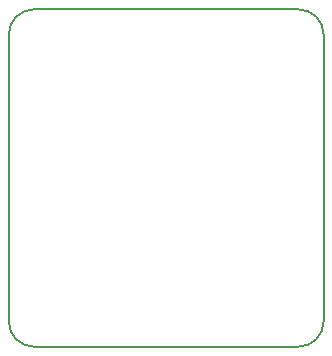
<source format=gko>
G04*
G04 #@! TF.GenerationSoftware,Altium Limited,Altium Designer,22.5.1 (42)*
G04*
G04 Layer_Color=12566272*
%FSLAX25Y25*%
%MOIN*%
G70*
G04*
G04 #@! TF.SameCoordinates,AC3B2383-AE7F-4156-BF80-1B445AE1BA2C*
G04*
G04*
G04 #@! TF.FilePolarity,Positive*
G04*
G01*
G75*
%ADD20C,0.00500*%
D20*
X105000Y5000D02*
G03*
X113500Y13500I0J8500D01*
G01*
Y109000D02*
G03*
X105000Y117500I-8500J0D01*
G01*
X17000D02*
G03*
X8500Y109000I0J-8500D01*
G01*
Y13500D02*
G03*
X17000Y5000I8500J0D01*
G01*
X113500Y13500D02*
Y109000D01*
X8500Y13500D02*
Y109000D01*
X17000Y117500D02*
X105000D01*
X17000Y5000D02*
X105000D01*
M02*

</source>
